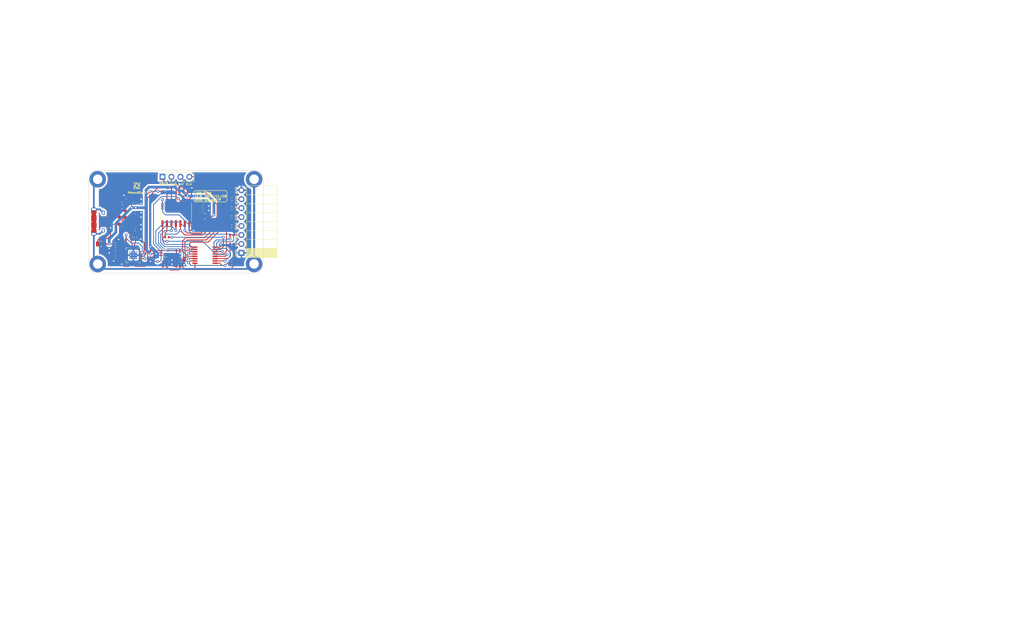
<source format=kicad_pcb>
(kicad_pcb (version 20221018) (generator pcbnew)
  (title_block (title "_HW_EPen") (date "2023-11-28") (rev "v1.0") (company "Mend0z0") (comment 1 "v1.0") (comment 2 "v1.0") (comment 8 "N/A") (comment 9 "First Version"))
  (layers (0 "F.Cu" signal) (31 "B.Cu" signal) (34 "B.Paste" user) (35 "F.Paste" user) (36 "B.SilkS" user "B.Silkscreen") (37 "F.SilkS" user "F.Silkscreen") (38 "B.Mask" user) (39 "F.Mask" user) (44 "Edge.Cuts" user))
  (net 0 "")
  (net 1 "Net-(U301-VDD)")
  (net 2 "GND")
  (net 3 "/BLOCK DIAGRAM/MCU/PIC_~{MCLR}")
  (net 4 "/BLOCK DIAGRAM/LDO +3V0DC/+3VDC")
  (net 5 "/BLOCK DIAGRAM/FT230X_DRIVER/FT230X_3V3OUT")
  (net 6 "/BLOCK DIAGRAM/LDO +3V0DC/+5VDC")
  (net 7 "/BLOCK DIAGRAM/FT230X_DRIVER/FT230X_RESET#")
  (net 8 "/BLOCK DIAGRAM/FT230X_DRIVER/USBDP")
  (net 9 "/BLOCK DIAGRAM/FT230X_DRIVER/USBDM")
  (net 10 "Net-(J601-VBUS)")
  (net 11 "/BLOCK DIAGRAM/USB/D+")
  (net 12 "/BLOCK DIAGRAM/USB/D-")
  (net 13 "/BLOCK DIAGRAM/MCU/PIC_ICSPDAT")
  (net 14 "/BLOCK DIAGRAM/MCU/PIC_ICSPCLK")
  (net 15 "/BLOCK DIAGRAM/OUTPUT/SPI_CS")
  (net 16 "/BLOCK DIAGRAM/OUTPUT/SPI_MISO")
  (net 17 "/BLOCK DIAGRAM/OUTPUT/SPI_MOSI")
  (net 18 "/BLOCK DIAGRAM/OUTPUT/SPI_SCK")
  (net 19 "/BLOCK DIAGRAM/OUTPUT/EEPROM_~{WP}")
  (net 20 "/BLOCK DIAGRAM/OUTPUT/MCU_~{MCLR}")
  (net 22 "Earth")
  (net 23 "Net-(LED301-Pad2)")
  (net 24 "Net-(LED601-Pad2)")
  (net 25 "Net-(LED701-Pad2)")
  (net 26 "/BLOCK DIAGRAM/MCU/IND_LED")
  (net 27 "/BLOCK DIAGRAM/MCU/SPI_MISO")
  (net 28 "Net-(U301-RC1)")
  (net 29 "Net-(U401-Y1)")
  (net 30 "/BLOCK DIAGRAM/OUTPUT/SN74HCS365_A3")
  (net 31 "Net-(U401-Y2)")
  (net 32 "Net-(U401-Y4)")
  (net 33 "Net-(U401-Y5)")
  (net 34 "Net-(U401-Y6)")
  (net 35 "/BLOCK DIAGRAM/FT230X_DRIVER/FT230X_USBDM")
  (net 36 "/BLOCK DIAGRAM/FT230X_DRIVER/FT230X_USBDP")
  (net 37 "Net-(U501-TXD)")
  (net 38 "/BLOCK DIAGRAM/FT230X_DRIVER/UART_TX")
  (net 39 "Net-(U501-RXD)")
  (net 40 "/BLOCK DIAGRAM/FT230X_DRIVER/UART_RX")
  (net 41 "/BLOCK DIAGRAM/LDO +3V0DC/MIC5365_PIN_EN")
  (net 42 "/BLOCK DIAGRAM/MCU/SPI_CS")
  (net 43 "/BLOCK DIAGRAM/MCU/SPI_MOSI")
  (net 44 "/BLOCK DIAGRAM/MCU/SPI_CLK")
  (net 45 "/BLOCK DIAGRAM/MCU/MCU_~{RESET}")
  (footprint "Capacitor_SMD:C_0402_1005Metric" (layer "F.Cu") (at 102.08 135.89)
    (fp_text reference "C507" hide)
    (fp_text value "47pF_50V")
  )
  (footprint "Fuse:Fuse_0603_1608Metric" (layer "F.Cu") (at 98.425 135.255)
    (fp_text reference "F601" hide)
    (fp_text value "100mA_15V_0.5R")
  )
  (footprint "Capacitor_SMD:C_0402_1005Metric" (layer "F.Cu") (at 106.934 146.685 180)
    (fp_text reference "C701" hide)
    (fp_text value "1uF_10V_X7R")
  )
  (footprint "Package_SO:TSSOP-16_4.4x5mm_P0.65mm" (layer "F.Cu") (at 121.92 147.955 180)
    (fp_text reference "U401" hide)
    (fp_text value "SN74HCS365PWR")
  )
  (footprint "_PCBLIB_EPen:LOGO_MEND0Z0" (layer "F.Cu") (at 102.687086 128.687486)
    (fp_text reference "GR801" hide)
    (fp_text value "Mend0z0 Logo")
  )
  (footprint "Package_DFN_QFN:QFN-16-1EP_4x4mm_P0.65mm_EP2.1x2.1mm_ThermalVias" (layer "F.Cu") (at 101.6 147.955 180)
    (fp_text reference "U501" hide)
    (fp_text value "FT230XQ-R")
  )
  (footprint "Capacitor_SMD:C_0402_1005Metric" (layer "F.Cu") (at 121.285 133.985)
    (fp_text reference "C302" hide)
    (fp_text value "1uF_10V_X7R")
  )
  (footprint "Resistor_SMD:R_0402_1005Metric" (layer "F.Cu") (at 100.965 142.875 -90)
    (fp_text reference "R502" hide)
    (fp_text value "27R_1/16W_1%")
  )
  (footprint "Resistor_SMD:R_0402_1005Metric" (layer "F.Cu") (at 110.617 130.175)
    (fp_text reference "R505" hide)
    (fp_text value "27R_1/16W_1%")
  )
  (footprint "MountingHole:MountingHole_2.7mm_M2.5_DIN965_Pad" (layer "F.Cu") (at 91.486054 126.422219)
    (fp_text reference "MH804" hide)
    (fp_text value "M2.5_DIN965")
  )
  (footprint "MountingHole:MountingHole_2.7mm_M2.5_DIN965_Pad" (layer "F.Cu") (at 91.502802 150.460109)
    (fp_text reference "MH801" hide)
    (fp_text value "M2.5_DIN965")
  )
  (footprint "Capacitor_SMD:C_0805_2012Metric" (layer "F.Cu") (at 92.456 144.78 180)
    (fp_text reference "C503" hide)
    (fp_text value "4u7F_16V")
  )
  (footprint "Resistor_SMD:R_0402_1005Metric" (layer "F.Cu") (at 114.173 130.175 180)
    (fp_text reference "R301" hide)
    (fp_text value "10kR_1/16W_1%")
  )
  (footprint "Resistor_SMD:R_0805_2012Metric" (layer "F.Cu") (at 121.92 136.9295 180)
    (fp_text reference "R302" hide)
    (fp_text value "1R_1/4W_1%")
  )
  (footprint "Resistor_SMD:R_0402_1005Metric" (layer "F.Cu") (at 98.425 133.35 180)
    (fp_text reference "R601" hide)
    (fp_text value "470R_1/16W_1%")
  )
  (footprint "Connector_PinHeader_2.54mm:PinHeader_1x04_P2.54mm_Vertical" (layer "F.Cu") (at 109.865 125.73 90)
    (fp_text reference "J301" hide)
    (fp_text value "HDR_4POS_VERT")
  )
  (footprint "MountingHole:MountingHole_2.7mm_M2.5_DIN965_Pad" (layer "F.Cu") (at 135.838362 150.444758)
    (fp_text reference "MH802" hide)
    (fp_text value "M2.5_DIN965")
  )
  (footprint "Capacitor_SMD:C_0402_1005Metric" (layer "F.Cu") (at 101.6 133.35)
    (fp_text reference "C601" hide)
    (fp_text value "100nF_50V")
  )
  (footprint "LED_SMD:LED_0402_1005Metric" (layer "F.Cu") (at 98.425 132.08 180)
    (fp_text reference "LED601" hide)
    (fp_text value "RED_2V")
  )
  (footprint "Capacitor_SMD:C_0402_1005Metric" (layer "F.Cu") (at 96.52 146.05 180)
    (fp_text reference "C505" hide)
    (fp_text value "100nF_50V")
  )
  (footprint "Resistor_SMD:R_0402_1005Metric" (layer "F.Cu") (at 106.934 148.59 180)
    (fp_text reference "R701" hide)
    (fp_text value "10kR_1/16W_1%")
  )
  (footprint "MountingHole:MountingHole_2.7mm_M2.5_DIN965_Pad" (layer "F.Cu") (at 135.848131 126.415241)
    (fp_text reference "MH803" hide)
    (fp_text value "M2.5_DIN965")
  )
  (footprint "Resistor_SMD:R_0402_1005Metric" (layer "F.Cu") (at 129.54 142.24)
    (fp_text reference "R403" hide)
    (fp_text value "27R_1/16W_1%")
  )
  (footprint "Resistor_SMD:R_0402_1005Metric" (layer "F.Cu") (at 129.54 139.7)
    (fp_text reference "R404" hide)
    (fp_text value "27R_1/16W_1%")
  )
  (footprint "Capacitor_SMD:C_0402_1005Metric" (layer "F.Cu") (at 102.08 140.66)
    (fp_text reference "C506" hide)
    (fp_text value "47pF_50V")
  )
  (footprint "Resistor_SMD:R_0402_1005Metric" (layer "F.Cu") (at 102.235 142.875 -90)
    (fp_text reference "R503" hide)
    (fp_text value "27R_1/16W_1%")
  )
  (footprint "Resistor_SMD:R_0402_1005Metric" (layer "F.Cu") (at 129.54 132.08)
    (fp_text reference "R407" hide)
    (fp_text value "27R_1/16W_1%")
  )
  (footprint "Capacitor_SMD:C_0402_1005Metric" (layer "F.Cu") (at 114.173 128.905)
    (fp_text reference "C303" hide)
    (fp_text value "100nF_50V")
  )
  (footprint "Connector_USB:USB_Micro-B_Amphenol_10118194_Horizontal" (layer "F.Cu") (at 91.694 138.43 -90)
    (fp_text reference "J601" hide)
    (fp_text value "USB_microB_RA")
  )
  (footprint "Fiducial:Fiducial_1.5mm_Mask3mm" (layer "F.Cu") (at 129.159 126.492)
    (fp_text reference "FD801" hide)
    (fp_text value "1.5mmX3mm")
  )
  (footprint "Resistor_SMD:R_0402_1005Metric" (layer "F.Cu") (at 110.49 151.13 180)
    (fp_text reference "R702" hide)
    (fp_text value "100R_1/10W_1%")
  )
  (footprint "Package_TO_SOT_SMD:SOT-353_SC-70-5" (layer "F.Cu") (at 110.49 147.32)
    (fp_text reference "U701" hide)
    (fp_text value "MIC5365-3.0YC5-TR")
  )
  (footprint "Package_SO:SO-14_3.9x8.65mm_P1.27mm" (layer "F.Cu") (at 113.665 136.525 -90)
    (fp_text reference "U301" hide)
    (fp_text value "PIC16F15223_8BIT")
  )
  (footprint "Capacitor_SMD:C_0402_1005Metric" (layer "F.Cu") (at 114.3 146.685)
    (fp_text reference "C702" hide)
    (fp_text value "1uF_10V_X7R")
  )
  (footprint "_PCBLIB_EPen:CR_7PCT_L3F_TOS" (layer "F.Cu") (at 101.9175 137.16)
    (fp_text reference "D603" hide)
    (fp_text value "TVS_6.5V_3A")
  )
  (footprint "Capacitor_SMD:C_0402_1005Metric" (layer "F.Cu") (at 114.3 151.13 180)
    (fp_text reference "C402" hide)
    (fp_text value "10nF_50V")
  )
  (footprint "Resistor_SMD:R_0402_1005Metric" (layer "F.Cu") (at 111.125 142.875 180)
    (fp_text reference "R304" hide)
    (fp_text value "27R_1/16W_1%")
  )
  (footprint "Resistor_SMD:R_0402_1005Metric" (layer "F.Cu") (at 116.459 130.175 180)
    (fp_text reference "R303" hide)
    (fp_text value "470R_1/16W_1%")
  )
  (footprint "LED_SMD:LED_0402_1005Metric" (layer "F.Cu") (at 116.459 128.905 180)
    (fp_text reference "LED301" hide)
    (fp_text value "GREEN_2.8V")
  )
  (footprint "Capacitor_SMD:C_0402_1005Metric" (layer "F.Cu") (at 96.52 148.59 180)
    (fp_text reference "C504" hide)
    (fp_text value "10nF_50V")
  )
  (footprint "Resistor_SMD:R_0402_1005Metric" (layer "F.Cu") (at 129.54 134.62)
    (fp_text reference "R406" hide)
    (fp_text value "27R_1/16W_1%")
  )
  (footprint "Capacitor_SMD:C_0402_1005Metric" (layer "F.Cu") (at 121.285 135.255)
    (fp_text reference "C301" hide)
    (fp_text value "100nF_50V")
  )
  (footprint "_PCBLIB_EPen:CR_7PCT_L3F_TOS" (layer "F.Cu") (at 101.9175 139.319069)
    (fp_text reference "D602" hide)
    (fp_text value "TVS_6.5V_3A")
  )
  (footprint "Fiducial:Fiducial_1.5mm_Mask3mm" (layer "F.Cu") (at 98.552 127)
    (fp_text reference "FD802" hide)
    (fp_text value "1.5mmX3mm")
  )
  (footprint "Resistor_SMD:R_0402_1005Metric" (layer "F.Cu") (at 129.54 137.16)
    (fp_text reference "R405" hide)
    (fp_text value "27R_1/16W_1%")
  )
  (footprint "LED_SMD:LED_0402_1005Metric" (layer "F.Cu") (at 110.49 149.86 180)
    (fp_text reference "LED701" hide)
    (fp_text value "ORANGE_2V")
  )
  (footprint "_PCBLIB_EPen:CR_7PCT_L3F_TOS" (layer "F.Cu") (at 101.473 132.08)
    (fp_text reference "D601" hide)
    (fp_text value "TVS_6.5V_3A")
  )
  (footprint "Fuse:Fuse_0603_1608Metric" (layer "F.Cu") (at 98.425 137.16)
    (fp_text reference "F603" hide)
    (fp_text value "100mA_15V_0.5R")
  )
  (footprint "Capacitor_SMD:C_0402_1005Metric" (layer "F.Cu") (at 96.52 147.32 180)
    (fp_text reference "C502" hide)
    (fp_text value "100nF_50V")
  )
  (footprint "Capacitor_SMD:C_0402_1005Metric" (layer "F.Cu") (at 99.06 143.51 180)
    (fp_text reference "C501" hide)
    (fp_text value "100nF_50V")
  )
  (footprint "Resistor_SMD:R_0402_1005Metric" (layer "F.Cu") (at 111.887 128.905)
    (fp_text reference "R504" hide)
    (fp_text value "27R_1/16W_1%")
  )
  (footprint "Resistor_SMD:R_0402_1005Metric" (layer "F.Cu") (at 129.54 150.241 180)
    (fp_text reference "R402" hide)
    (fp_text value "10kR_1/16W_1%")
  )
  (footprint "Connector_PinSocket_2.54mm:PinSocket_1x08_P2.54mm_Horizontal" (layer "F.Cu") (at 132.252 147.305 180)
    (fp_text reference "J401" hide)
    (fp_text value "RECEPT_8POS_RA")
  )
  (footprint "Resistor_SMD:R_0402_1005Metric" (layer "F.Cu") (at 96.52 144.78)
    (fp_text reference "R501" hide)
    (fp_text value "10kR_1/16W_1%")
  )
  (footprint "Resistor_SMD:R_0402_1005Metric" (layer "F.Cu") (at 129.54 144.78)
    (fp_text reference "R401" hide)
    (fp_text value "27R_1/16W_1%")
  )
  (footprint "Fuse:Fuse_0603_1608Metric" (layer "F.Cu") (at 98.425 139.192)
    (fp_text reference "F602" hide)
    (fp_text value "100mA_15V_0.5R")
  )
  (footprint "Capacitor_SMD:C_0805_2012Metric" (layer "F.Cu") (at 115.062 149.098)
    (fp_text reference "C401" hide)
    (fp_text value "4u7F_16V")
  )
  (gr_arc (start 118.7165 130.245) (mid 118.902487 129.795987) (end 119.3515 129.61) (stroke (width 0.15)) (layer "F.SilkS"))
  (gr_line (start 119.3515 129.61) (end 127.5365 129.61) (stroke (width 0.15)) (layer "F.SilkS"))
  (gr_arc (start 127.5365 129.61) (mid 127.985513 129.795987) (end 128.1715 130.245) (stroke (width 0.15)) (layer "F.SilkS"))
  (gr_line (start 127.5365 132.842) (end 119.3515 132.842) (stroke (width 0.15)) (layer "F.SilkS"))
  (gr_arc (start 128.1715 132.207) (mid 127.985513 132.656013) (end 127.5365 132.842) (stroke (width 0.15)) (layer "F.SilkS"))
  (gr_line (start 118.7165 132.207) (end 118.7165 130.245) (stroke (width 0.15)) (layer "F.SilkS"))
  (gr_line (start 128.1715 130.245) (end 128.1715 132.207) (stroke (width 0.15)) (layer "F.SilkS"))
  (gr_arc (start 119.3515 132.842) (mid 118.902487 132.656013) (end 118.7165 132.207) (stroke (width 0.15)) (layer "F.SilkS"))
  (gr_arc (start 138.43 150.495) (mid 137.686051 152.291051) (end 135.89 153.035) (stroke (width 0.1)) (layer "Edge.Cuts"))
  (gr_line (start 138.43 126.365) (end 138.43 150.495) (stroke (width 0.1)) (layer "Edge.Cuts"))
  (gr_arc (start 88.9 126.365) (mid 89.643949 124.568949) (end 91.44 123.825) (stroke (width 0.1)) (layer "Edge.Cuts"))
  (gr_line (start 91.44 123.825) (end 135.89 123.825) (stroke (width 0.1)) (layer "Edge.Cuts"))
  (gr_arc (start 91.44 153.035) (mid 89.643949 152.291051) (end 88.9 150.495) (stroke (width 0.1)) (layer "Edge.Cuts"))
  (gr_arc (start 135.89 123.825) (mid 137.686051 124.568949) (end 138.43 126.365) (stroke (width 0.1)) (layer "Edge.Cuts"))
  (gr_line (start 88.9 150.495) (end 88.9 126.365) (stroke (width 0.1)) (layer "Edge.Cuts"))
  (gr_line (start 135.89 153.035) (end 91.44 153.035) (stroke (width 0.1)) (layer "Edge.Cuts"))
  (gr_text "~{MCLR} GND DAT CLK" (at 108.839 128.143) (layer "F.SilkS") (effects (font (size 0.508 0.635) (thickness 0.127)) (justify left bottom)))
  (gr_text "GND ~{MCLR} ~{WP}  SCK MOSI MISO CS  GND" (at 130.429 128.524 270) (layer "F.SilkS") (effects (font (size 0.508 0.635) (thickness 0.127)) (justify left bottom)))
  (gr_text "_HW_EPen\nv1.0, 2023/11/28\nDSN: SiavashTP" (at 118.9355 132.656) (layer "F.SilkS") (effects (font (size 0.635 0.635)) (justify left bottom)))
  (segment (start 120.805 133.985) (end 120.805 135.255) (width 0.25) (layer "F.Cu") (net 1))
  (segment (start 117.475 134.05) (end 120.74 134.05) (width 0.25) (layer "F.Cu") (net 1))
  (segment (start 120.74 134.05) (end 120.805 133.985) (width 0.25) (layer "F.Cu") (net 1))
  (segment (start 120.805 135.255) (end 120.805 136.727) (width 0.25) (layer "F.Cu") (net 1))
  (segment (start 120.805 136.727) (end 121.0075 136.9295) (width 0.25) (layer "F.Cu") (net 1))
  (segment (start 104.338 147.63) (end 104.648 147.32) (width 0.25) (layer "F.Cu") (net 2))
  (segment (start 116.012 150.674402) (end 116.012 149.098) (width 0.25) (layer "F.Cu") (net 2))
  (segment (start 94.234 143.256) (end 95.123 142.367) (width 0.25) (layer "F.Cu") (net 2))
  (segment (start 91.506 144.78) (end 91.506 143.698) (width 0.25) (layer "F.Cu") (net 2))
  (segment (start 100.2665 151.13) (end 100.625 150.7715) (width 0.25) (layer "F.Cu") (net 2))
  (segment (start 121.765 135.255) (end 122.936 135.255) (width 0.25) (layer "F.Cu") (net 2))
  (segment (start 98.58 143.51) (end 97.409 143.51) (width 0.25) (layer "F.Cu") (net 2))
  (segment (start 112.522 150.495) (end 113.157 151.13) (width 0.25) (layer "F.Cu") (net 2))
  (segment (start 102.56 140.66) (end 103.688 140.66) (width 0.25) (layer "F.Cu") (net 2))
  (segment (start 108.322402 147.32) (end 109.54 147.32) (width 0.25) (layer "F.Cu") (net 2))
  (segment (start 91.948 143.256) (end 94.234 143.256) (width 0.25) (layer "F.Cu") (net 2))
  (segment (start 96.04 147.32) (end 94.742 147.32) (width 0.25) (layer "F.Cu") (net 2))
  (segment (start 104.648 144.399) (end 103.632 143.383) (width 0.25) (layer "F.Cu") (net 2))
  (segment (start 103.758931 139.319069) (end 103.759 139.319) (width 0.25) (layer "F.Cu") (net 2))
  (segment (start 106.454 145.542) (end 106.454 146.685) (width 0.25) (layer "F.Cu") (net 2))
  (segment (start 96.04 149.578) (end 96.012 149.606) (width 0.25) (layer "F.Cu") (net 2))
  (segment (start 102.56 135.89) (end 103.759 135.89) (width 0.25) (layer "F.Cu") (net 2))
  (segment (start 102.08 133.35) (end 103.759 133.35) (width 0.25) (layer "F.Cu") (net 2))
  (segment (start 94.645 139.73) (end 95.123 140.208) (width 0.25) (layer "F.Cu") (net 2))
  (segment (start 126.365 145.415) (end 126.1 145.68) (width 0.25) (layer "F.Cu") (net 2))
  (segment (start 117.475 139) (end 117.475 140.716) (width 0.25) (layer "F.Cu") (net 2))
  (segment (start 106.424 149.731) (end 106.426 149.733) (width 0.25) (layer "F.Cu") (net 2))
  (segment (start 98.91 132.08) (end 98.91 130.96) (width 0.25) (layer "F.Cu") (net 2))
  (segment (start 114.78 147.543246) (end 114.810156 147.573402) (width 0.25) (layer "F.Cu") (net 2))
  (segment (start 102.235 139.319069) (end 103.758931 139.319069) (width 0.25) (layer "F.Cu") (net 2))
  (segment (start 108.072701 147.569701) (end 108.322402 147.32) (width 0.25) (layer "F.Cu") (net 2))
  (segment (start 95.123 142.367) (end 95.123 140.208) (width 0.25) (layer "F.Cu") (net 2))
  (segment (start 112.014 149.86) (end 110.975 149.86) (width 0.25) (layer "F.Cu") (net 2))
  (segment (start 103.55 147.63) (end 104.338 147.63) (width 0.25) (layer "F.Cu") (net 2))
  (segment (start 101.7905 132.08) (end 103.759 132.08) (width 0.25) (layer "F.Cu") (net 2))
  (segment (start 102.235 137.16) (end 103.759 137.16) (width 0.25) (layer "F.Cu") (net 2))
  (segment (start 112.522 149.352) (end 112.014 149.86) (width 0.25) (layer "F.Cu") (net 2))
  (segment (start 104.648 147.32) (end 104.648 144.399) (width 0.25) (layer "F.Cu") (net 2))
  (segment (start 114.78 146.685) (end 114.78 147.543246) (width 0.25) (layer "F.Cu") (net 2))
  (segment (start 113.157 151.13) (end 113.82 151.13) (width 0.25) (layer "F.Cu") (net 2))
  (segment (start 117.475 140.716) (end 117.729 140.97) (width 0.25) (layer "F.Cu") (net 2))
  (segment (start 121.765 133.985) (end 122.936 133.985) (width 0.25) (layer "F.Cu") (net 2))
  (segment (start 117.729 140.97) (end 118.745 140.97) (width 0.25) (layer "F.Cu") (net 2))
  (segment (start 106.424 148.59) (end 106.424 149.731) (width 0.25) (layer "F.Cu") (net 2))
  (segment (start 98.298 150.495) (end 98.933 151.13) (width 0.25) (layer "F.Cu") (net 2))
  (segment (start 93.094 139.73) (end 94.645 139.73) (width 0.25) (layer "F.Cu") (net 2))
  (segment (start 126.1 145.68) (end 124.7825 145.68) (width 0.25) (layer "F.Cu") (net 2))
  (segment (start 126.365 144.907) (end 126.365 145.415) (width 0.25) (layer "F.Cu") (net 2))
  (segment (start 103.688 140.66) (end 103.759 140.589) (width 0.25) (layer "F.Cu") (net 2))
  (segment (start 98.933 151.13) (end 100.2665 151.13) (width 0.25) (layer "F.Cu") (net 2))
  (segment (start 114.681 127.889) (end 114.653 127.917) (width 0.25) (layer "F.Cu") (net 2))
  (segment (start 98.91 130.96) (end 98.933 130.937) (width 0.25) (layer "F.Cu") (net 2))
  (segment (start 91.506 143.698) (end 91.948 143.256) (width 0.25) (layer "F.Cu") (net 2))
  (segment (start 100.625 150.7715) (end 100.625 149.905) (width 0.25) (layer "F.Cu") (net 2))
  (segment (start 96.04 148.59) (end 96.04 149.578) (width 0.25) (layer "F.Cu") (net 2))
  (segment (start 96.04 146.05) (end 94.742 146.05) (width 0.25) (layer "F.Cu") (net 2))
  (segment (start 116.944 128.905) (end 118.237 128.905) (width 0.25) (layer "F.Cu") (net 2))
  (segment (start 114.653 127.917) (end 114.653 128.905) (width 0.25) (layer "F.Cu") (net 2))
  (via (at 116.012 150.674402) (size 0.8) (drill 0.4) (layers "F.Cu" "B.Cu") (net 2))
  (via (at 97.409 143.51) (size 0.8) (drill 0.4) (layers "F.Cu" "B.Cu") (net 2))
  (via (at 112.522 149.352) (size 0.8) (drill 0.4) (layers "F.Cu" "B.Cu") (net 2))
  (via (at 112.522 150.495) (size 0.8) (drill 0.4) (layers "F.Cu" "B.Cu") (net 2))
  (via (at 108.072701 147.569701) (size 0.8) (drill 0.4) (layers "F.Cu" "B.Cu") (net 2))
  (via (at 126.365 144.907) (size 0.8) (drill 0.4) (layers "F.Cu" "B.Cu") (net 2))
  (via (at 106.454 145.542) (size 0.8) (drill 0.4) (layers "F.Cu" "B.Cu") (net 2))
  (via (at 114.810156 147.573402) (size 0.8) (drill 0.4) (layers "F.Cu" "B.Cu") (net 2))
  (via (at 106.426 149.733) (size 0.8) (drill 0.4) (layers "F.Cu" "B.Cu") (net 2))
  (via (at 122.936 133.985) (size 0.8) (drill 0.4) (layers "F.Cu" "B.Cu") (net 2))
  (via (at 96.012 149.606) (size 0.8) (drill 0.4) (layers "F.Cu" "B.Cu") (net 2))
  (via (at 118.237 128.905) (size 0.8) (drill 0.4) (layers "F.Cu" "B.Cu") (net 2))
  (via (at 98.933 130.937) (size 0.8) (drill 0.4) (layers "F.Cu" "B.Cu") (net 2))
  (via (at 103.632 143.383) (size 0.8) (drill 0.4) (layers "F.Cu" "B.Cu") (net 2))
  (via (at 95.123 140.208) (size 0.8) (drill 0.4) (layers "F.Cu" "B.Cu") (net 2))
  (via (at 103.759 140.589) (size 0.8) (drill 0.4) (layers "F.Cu" "B.Cu") (net 2))
  (via (at 118.745 140.97) (size 0.8) (drill 0.4) (layers "F.Cu" "B.Cu") (net 2))
  (via (at 122.936 135.255) (size 0.8) (drill 0.4) (layers "F.Cu" "B.Cu") (net 2))
  (via (at 103.759 133.35) (size 0.8) (drill 0.4) (layers "F.Cu" "B.Cu") (net 2))
  (via (at 103.759 135.89) (size 0.8) (drill 0.4) (layers "F.Cu" "B.Cu") (net 2))
  (via (at 103.759 139.319) (size 0.8) (drill 0.4) (layers "F.Cu" "B.Cu") (net 2))
  (via (at 94.742 146.05) (size 0.8) (drill 0.4) (layers "F.Cu" "B.Cu") (net 2))
  (via (at 103.759 132.08) (size 0.8) (drill 0.4) (layers "F.Cu" "B.Cu") (net 2))
  (via (at 114.681 127.889) (size 0.8) (drill 0.4) (layers "F.Cu" "B.Cu") (net 2))
  (via (at 94.742 147.32) (size 0.8) (drill 0.4) (layers "F.Cu" "B.Cu") (net 2))
  (via (at 103.759 137.16) (size 0.8) (drill 0.4) (layers "F.Cu" "B.Cu") (net 2))
  (via (at 98.298 150.495) (size 0.8) (drill 0.4) (layers "F.Cu" "B.Cu") (net 2))
  (segment (start 113.693 128.905) (end 113.693 134.022) (width 0.25) (layer "F.Cu") (net 3))
  (segment (start 109.865 125.73) (end 109.865 126.502) (width 0.25) (layer "F.Cu") (net 3))
  (segment (start 113.693 128.171) (end 113.693 128.905) (width 0.25) (layer "F.Cu") (net 3))
  (segment (start 109.865 126.502) (end 110.744 127.381) (width 0.25) (layer "F.Cu") (net 3))
  (segment (start 112.903 127.381) (end 113.693 128.171) (width 0.25) (layer "F.Cu") (net 3))
  (segment (start 113.693 134.022) (end 113.665 134.05) (width 0.25) (layer "F.Cu") (net 3))
  (segment (start 110.744 127.381) (end 112.903 127.381) (width 0.25) (layer "F.Cu") (net 3))
  (segment (start 114.112 149.098) (end 114.78 149.766) (width 0.25) (layer "F.Cu") (net 4))
  (segment (start 130.05 150.241) (end 130.05 151.001) (width 0.25) (layer "F.Cu") (net 4))
  (segment (start 115.443 151.13) (end 114.78 151.13) (width 0.25) (layer "F.Cu") (net 4))
  (segment (start 117.983 152.019) (end 116.332 152.019) (width 0.25) (layer "F.Cu") (net 4))
  (segment (start 116.332 152.019) (end 115.443 151.13) (width 0.25) (layer "F.Cu") (net 4))
  (segment (start 130.05 151.001) (end 129.032 152.019) (width 0.25) (layer "F.Cu") (net 4))
  (segment (start 114.78 149.766) (end 114.78 151.793) (width 0.25) (layer "F.Cu") (net 4))
  (segment (start 119.0575 152.019) (end 117.983 152.019) (width 0.25) (layer "F.Cu") (net 4))
  (segment (start 114.427 152.146) (end 112.016 152.146) (width 0.25) (layer "F.Cu") (net 4))
  (segment (start 112.016 152.146) (end 111 151.13) (width 0.25) (layer "F.Cu") (net 4))
  (segment (start 113.82 147.475) (end 114.112 147.767) (width 0.25) (layer "F.Cu") (net 4))
  (segment (start 114.78 151.793) (end 114.427 152.146) (width 0.25) (layer "F.Cu") (net 4))
  (segment (start 113.82 146.67) (end 113.82 147.475) (width 0.25) (layer "F.Cu") (net 4))
  (segment (start 114.112 147.767) (end 114.112 149.098) (width 0.25) (layer "F.Cu") (net 4))
  (segment (start 119.0575 150.23) (end 119.0575 152.019) (width 0.25) (layer "F.Cu") (net 4))
  (segment (start 111.44 146.67) (end 113.82 146.67) (width 0.25) (layer "F.Cu") (net 4))
  (segment (start 129.032 152.019) (end 117.983 152.019) (width 0.25) (layer "F.Cu") (net 4))
  (segment (start 104.8095 148.93) (end 103.55 148.93) (width 0.25) (layer "F.Cu") (net 5))
  (segment (start 99.54 143.51) (end 99.54 144.244) (width 0.25) (layer "F.Cu") (net 5))
  (segment (start 100.625 145.329) (end 100.625 146.005) (width 0.25) (layer "F.Cu") (net 5))
  (segment (start 104.8505 148.971) (end 104.8095 148.93) (width 0.25) (layer "F.Cu") (net 5))
  (segment (start 99.54 144.244) (end 100.625 145.329) (width 0.25) (layer "F.Cu") (net 5))
  (segment (start 99.54 143.51) (end 99.54 142.268) (width 0.25) (layer "F.Cu") (net 5))
  (segment (start 99.54 142.268) (end 99.568 142.24) (width 0.25) (layer "F.Cu") (net 5))
  (via (at 104.8505 148.971) (size 0.8) (drill 0.4) (layers "F.Cu" "B.Cu") (net 5))
  (via (at 99.568 142.24) (size 0.8) (drill 0.4) (layers "F.Cu" "B.Cu") (net 5))
  (segment (start 100.965 144.526) (end 99.568 143.129) (width 0.25) (layer "B.Cu") (net 5))
  (segment (start 104.8505 147.5225) (end 104.14 146.812) (width 0.25) (layer "B.Cu") (net 5))
  (segment (start 104.8505 148.971) (end 104.8505 147.5225) (width 0.25) (layer "B.Cu") (net 5))
  (segment (start 104.14 146.812) (end 104.14 145.542) (width 0.25) (layer "B.Cu") (net 5))
  (segment (start 99.568 143.129) (end 99.568 142.24) (width 0.25) (layer "B.Cu") (net 5))
  (segment (start 103.124 144.526) (end 100.965 144.526) (width 0.25) (layer "B.Cu") (net 5))
  (segment (start 104.14 145.542) (end 103.124 144.526) (width 0.25) (layer "B.Cu") (net 5))
  (segment (start 98.354 147.63) (end 98.044 147.32) (width 0.25) (layer "F.Cu") (net 6))
  (segment (start 97 150.269) (end 97 147.32) (width 0.25) (layer "F.Cu") (net 6))
  (segment (start 94.869 148.844) (end 94.869 149.987) (width 0.25) (layer "F.Cu") (net 6))
  (segment (start 98.935 134.11) (end 98.935 133.35) (width 0.25) (layer "F.Cu") (net 6))
  (segment (start 107.414 146.685) (end 109.525 146.685) (width 0.25) (layer "F.Cu") (net 6))
  (segment (start 99.65 147.63) (end 98.354 147.63) (width 0.25) (layer "F.Cu") (net 6))
  (segment (start 107.0405 147.5945) (end 107.414 147.221) (width 0.25) (layer "F.Cu") (net 6))
  (segment (start 101.12 133.35) (end 101.12 134.465) (width 0.25) (layer "F.Cu") (net 6))
  (segment (start 109.525 146.685) (end 109.54 146.67) (width 0.25) (layer "F.Cu") (net 6))
  (segment (start 98.933 134.112) (end 98.935 134.11) (width 0.25) (layer "F.Cu") (net 6))
  (segment (start 116.967 131.191) (end 115.062 131.191) (width 0.25) (layer "F.Cu") (net 6))
  (segment (start 93.406 144.78) (end 93.406 147.381) (width 0.25) (layer "F.Cu") (net 6))
  (segment (start 124.0555 136.9295) (end 124.46 136.525) (width 0.25) (layer "F.Cu") (net 6))
  (segment (start 96.52 150.749) (end 97 150.269) (width 0.25) (layer "F.Cu") (net 6))
  (segment (start 107.414 147.221) (end 107.414 146.685) (width 0.25) (layer "F.Cu") (net 6))
  (segment (start 96.01 144.78) (end 94.742 144.78) (width 0.25) (layer "F.Cu") (net 6))
  (segment (start 114.683 130.812) (end 114.683 130.175) (width 0.25) (layer "F.Cu") (net 6))
  (segment (start 98.044 147.32) (end 97 147.32) (width 0.25) (layer "F.Cu") (net 6))
  (segment (start 115.062 131.191) (end 114.683 130.812) (width 0.25) (layer "F.Cu") (net 6))
  (segment (start 94.742 144.78) (end 93.406 144.78) (width 0.25) (layer "F.Cu") (net 6))
  (segment (start 101.1555 133.3145) (end 101.12 133.35) (width 0.25) (layer "F.Cu") (net 6))
  (segment (start 122.8325 136.9295) (end 124.0555 136.9295) (width 0.25) (layer "F.Cu") (net 6))
  (segment (start 99.2125 135.255) (end 99.2125 134.3915) (width 0.25) (layer "F.Cu") (net 6))
  (segment (start 98.935 133.35) (end 101.12 133.35) (width 0.25) (layer "F.Cu") (net 6))
  (segment (start 93.406 147.381) (end 94.869 148.844) (width 0.25) (layer "F.Cu") (net 6))
  (segment (start 94.869 149.987) (end 95.631 150.749) (width 0.25) (layer "F.Cu") (net 6))
  (segment (start 101.12 134.465) (end 101.092 134.493) (width 0.25) (layer "F.Cu") (net 6))
  (segment (start 99.2125 134.3915) (end 98.933 134.112) (width 0.25) (layer "F.Cu") (net 6))
  (segment (start 106.426 147.5945) (end 107.0405 147.5945) (width 0.25) (layer "F.Cu") (net 6))
  (segment (start 95.631 150.749) (end 96.52 150.749) (width 0.25) (layer "F.Cu") (net 6))
  (segment (start 101.1555 132.08) (end 101.1555 133.3145) (width 0.25) (layer "F.Cu") (net 6))
  (via (at 116.967 131.191) (size 0.8) (drill 0.4) (layers "F.Cu" "B.Cu") (net 6))
  (via (at 124.46 136.525) (size 0.8) (drill 0.4) (layers "F.Cu" "B.Cu") (net 6))
  (via (at 94.742 144.78) (size 0.8) (drill 0.4) (layers "F.Cu" "B.Cu") (net 6))
  (via (at 101.092 134.493) (size 0.8) (drill 0.4) (layers "F.Cu" "B.Cu") (net 6))
  (via (at 102.235 134.493) (size 0.8) (drill 0.4) (layers "F.Cu" "B.Cu") (net 6))
  (via (at 106.426 147.5945) (size 0.8) (drill 0.4) (layers "F.Cu" "B.Cu") (net 6))
  (segment (start 122.936 131.191) (end 124.46 132.715) (width 0.762) (layer "B.Cu") (net 6))
  (segment (start 116.967 131.191) (end 115.443 129.667) (width 0.762) (layer "B.Cu") (net 6))
  (segment (start 94.742 143.383) (end 94.742 144.78) (width 0.762) (layer "B.Cu") (net 6))
  (segment (start 106.426 147.574) (end 106.426 147.5945) (width 0.762) (layer "B.Cu") (net 6))
  (segment (start 101.092 134.493) (end 96.647 138.938) (width 0.762) (layer "B.Cu") (net 6))
  (segment (start 96.647 141.478) (end 94.742 143.383) (width 0.762) (layer "B.Cu") (net 6))
  (segment (start 105.156 129.54) (end 105.156 146.304) (width 0.762) (layer "B.Cu") (net 6))
  (segment (start 116.967 131.191) (end 122.936 131.191) (width 0.762) (layer "B.Cu") (net 6))
  (segment (start 115.443 129.667) (end 114.427 129.667) (width 0.762) (layer "B.Cu") (net 6))
  (segment (start 101.092 134.493) (end 102.235 134.493) (width 0.25) (layer "B.Cu") (net 6))
  (segment (start 114.427 129.667) (end 113.411 128.651) (width 0.762) (layer "B.Cu") (net 6))
  (segment (start 105.156 146.304) (end 106.426 147.574) (width 0.762) (layer "B.Cu") (net 6))
  (segment (start 113.411 128.651) (end 106.045 128.651) (width 0.762) (layer "B.Cu") (net 6))
  (segment (start 101.092 134.493) (end 105.029 134.493) (width 0.762) (layer "B.Cu") (net 6))
  (segment (start 124.46 132.715) (end 124.46 136.525) (width 0.762) (layer "B.Cu") (net 6))
  (segment (start 106.045 128.651) (end 105.156 129.54) (width 0.762) (layer "B.Cu") (net 6))
  (segment (start 96.647 138.938) (end 96.647 141.478) (width 0.762) (layer "B.Cu") (net 6))
  (segment (start 97.663 146.05) (end 98.593 146.98) (width 0.25) (layer "F.Cu") (net 7))
  (segment (start 98.593 146.98) (end 99.65 146.98) (width 0.25) (layer "F.Cu") (net 7))
  (segment (start 97.03 146.02) (end 97 146.05) (width 0.25) (layer "F.Cu") (net 7))
  (segment (start 97.03 144.78) (end 97.03 146.02) (width 0.25) (layer "F.Cu") (net 7))
  (segment (start 97 146.05) (end 97.663 146.05) (width 0.25) (layer "F.Cu") (net 7))
  (segment (start 101.6 141.73) (end 101.6 140.66) (width 0.25) (layer "F.Cu") (net 8))
  (segment (start 99.339569 139.319069) (end 99.2125 139.192) (width 0.25) (layer "F.Cu") (net 8))
  (segment (start 102.235 142.365) (end 101.6 141.73) (width 0.25) (layer "F.Cu") (net 8))
  (segment (start 101.6 140.66) (end 101.6 139.319069) (width 0.25) (layer "F.Cu") (net 8))
  (segment (start 101.6 139.319069) (end 99.339569 139.319069) (width 0.25) (layer "F.Cu") (net 8))
  (segment (start 101.6 137.16) (end 99.2125 137.16) (width 0.25) (layer "F.Cu") (net 9))
  (segment (start 101.6 135.89) (end 101.6 137.16) (width 0.25) (layer "F.Cu") (net 9))
  (segment (start 100.965 142.365) (end 98.425 139.825) (width 0.25) (layer "F.Cu") (net 9))
  (segment (start 98.425 139.825) (end 98.425 137.9475) (width 0.25) (layer "F.Cu") (net 9))
  (segment (start 98.425 137.9475) (end 99.2125 137.16) (width 0.25) (layer "F.Cu") (net 9))
  (segment (start 96.139 135.255) (end 97.6375 135.255) (width 0.25) (layer "F.Cu") (net 10))
  (segment (start 93.094 137.13) (end 94.264 137.13) (width 0.25) (layer "F.Cu") (net 10))
  (segment (start 94.264 137.13) (end 96.139 135.255) (width 0.25) (layer "F.Cu") (net 10))
  (segment (start 95.504 139.192) (end 94.742 138.43) (width 0.2) (layer "F.Cu") (net 11))
  (segment (start 94.742 138.43) (end 93.094 138.43) (width 0.2) (layer "F.Cu") (net 11))
  (segment (start 97.6375 139.192) (end 95.504 139.192) (width 0.2) (layer "F.Cu") (net 11))
  (segment (start 94.757 137.78) (end 93.094 137.78) (width 0.2) (layer "F.Cu") (net 12))
  (segment (start 95.377 137.16) (end 94.757 137.78) (width 0.2) (layer "F.Cu") (net 12))
  (segment (start 97.6375 137.16) (end 95.377 137.16) (width 0.2) (layer "F.Cu") (net 12))
  (segment (start 116.93 141.695) (end 116.205 140.97) (width 0.25) (layer "F.Cu") (net 13))
  (segment (start 114.945 125.73) (end 116.85 127.635) (width 0.25) (layer "F.Cu") (net 13))
  (segment (start 125.349 133.604) (end 125.349 137.16) (width 0.25) (layer "F.Cu") (net 13))
  (segment (start 117.755 149.58) (end 119.0575 149.58) (width 0.25) (layer "F.Cu") (net 13))
  (segment (start 117.221 150.114) (end 117.755 149.58) (width 0.25) (layer "F.Cu") (net 13))
  (segment (start 126.746 150.876) (end 126.1 150.23) (width 0.25) (layer "F.Cu") (net 13))
  (segment (start 119.38 127.635) (end 125.349 133.604) (width 0.25) (layer "F.Cu") (net 13))
  (segment (start 127.635 150.876) (end 126.746 150.876) (width 0.25) (layer "F.Cu") (net 13))
  (segment (start 120.814 141.695) (end 116.93 141.695) (width 0.25) (layer "F.Cu") (net 13))
  (segment (start 125.349 137.16) (end 120.814 141.695) (width 0.25) (layer "F.Cu") (net 13))
  (segment (start 127.635 150.876) (end 128.27 150.241) (width 0.25) (layer "F.Cu") (net 13))
  (segment (start 128.27 150.241) (end 129.03 150.241) (width 0.25) (layer "F.Cu") (net 13))
  (segment (start 116.85 127.635) (end 119.38 127.635) (width 0.25) (layer "F.Cu") (net 13))
  (segment (start 116.205 139) (end 116.205 140.97) (width 0.25) (layer "F.Cu") (net 13))
  (segment (start 126.1 150.23) (end 124.7825 150.23) (width 0.25) (layer "F.Cu") (net 13))
  (via (at 116.205 140.97) (size 0.8) (drill 0.4) (layers "F.Cu" "B.Cu") (net 13))
  (via (at 117.221 150.114) (size 0.8) (drill 0.4) (layers "F.Cu" "B.Cu") (net 13))
  (via (at 127.635 150.876) (size 0.8) (drill 0.4) (layers "F.Cu" "B.Cu") (net 13))
  (segment (start 107.95 144.526) (end 107.95 141.097) (width 0.25) (layer "B.Cu") (net 13))
  (segment (start 114.681 138.557) (end 116.205 140.081) (width 0.25) (layer "B.Cu") (net 13))
  (segment (start 110.49 138.557) (end 114.681 138.557) (width 0.25) (layer "B.Cu") (net 13))
  (segment (start 110.109 146.685) (end 107.95 144.526) (width 0.25) (layer "B.Cu") (net 13))
  (segment (start 107.95 141.097) (end 110.49 138.557) (width 0.25) (layer "B.Cu") (net 13))
  (segment (start 115.189 146.685) (end 110.109 146.685) (width 0.25) (layer "B.Cu") (net 13))
  (segment (start 115.824 147.32) (end 115.189 146.685) (width 0.25) (layer "B.Cu") (net 13))
  (segment (start 116.205 140.081) (end 116.205 140.97) (width 0.25) (layer "B.Cu") (net 13))
  (segment (start 117.983 150.876) (end 117.221 150.114) (width 0.25) (layer "B.Cu") (net 13))
  (segment (start 117.221 150.114) (end 115.824 148.717) (width 0.25) (layer "B.Cu") (net 13))
  (segment (start 127.635 150.876) (end 117.983 150.876) (width 0.25) (layer "B.Cu") (net 13))
  (segment (start 115.824 148.717) (end 115.824 147.32) (width 0.25) (layer "B.Cu") (net 13))
  (segment (start 114.935 139) (end 114.935 140.97) (width 0.25) (layer "F.Cu") (net 14))
  (segment (start 117.485 125.73) (end 120.142 125.73) (width 0.25) (layer "F.Cu") (net 14))
  (segment (start 121.285 142.24) (end 116.205 142.24) (width 0.25) (layer "F.Cu") (net 14))
  (segment (start 119.0575 147.63) (end 117.412598 147.63) (width 0.25) (layer "F.Cu") (net 14))
  (segment (start 116.205 142.24) (end 114.935 140.97) (width 0.25) (layer "F.Cu") (net 14))
  (segment (start 120.142 125.73) (end 126.111 131.699) (width 0.25) (layer "F.Cu") (net 14))
  (segment (start 126.111 137.414) (end 121.285 142.24) (width 0.25) (layer "F.Cu") (net 14))
  (segment (start 117.412598 147.63) (end 117.225299 147.442701) (width 0.25) (layer "F.Cu") (net 14))
  (segment (start 126.111 131.699) (end 126.111 137.414) (width 0.25) (layer "F.Cu") (net 14))
  (via (at 117.225299 147.442701) (size 0.8) (drill 0.4) (layers "F.Cu" "B.Cu") (net 14))
  (via (at 114.935 140.97) (size 0.8) (drill 0.4) (layers "F.Cu" "B.Cu") (net 14))
  (segment (start 117.475 144.907) (end 110.617 144.907) (width 0.25) (layer "B.Cu") (net 14))
  (segment (start 118.237 145.669) (end 117.475 144.907) (width 0.25) (layer "B.Cu") (net 14))
  (segment (start 117.225299 147.442701) (end 118.237 146.431) (width 0.25) (layer "B.Cu") (net 14))
  (segment (start 118.237 146.431) (end 118.237 145.669) (width 0.25) (layer "B.Cu") (net 14))
  (segment (start 109.982 143.002) (end 110.998 141.986) (width 0.25) (layer "B.Cu") (net 14))
  (segment (start 113.919 141.986) (end 114.935 140.97) (width 0.25) (layer "B.Cu") (net 14))
  (segment (start 110.998 141.986) (end 113.919 141.986) (width 0.25) (layer "B.Cu") (net 14))
  (segment (start 110.617 144.907) (end 109.982 144.272) (width 0.25) (layer "B.Cu") (net 14))
  (segment (start 109.982 144.272) (end 109.982 143.002) (width 0.25) (layer "B.Cu") (net 14))
  (segment (start 130.065 144.765) (end 130.05 144.78) (width 0.25) (layer "F.Cu") (net 15))
  (segment (start 132.252 144.765) (end 130.065 144.765) (width 0.25) (layer "F.Cu") (net 15))
  (segment (start 130.065 142.225) (end 130.05 142.24) (width 0.25) (layer "F.Cu") (net 16))
  (segment (start 132.252 142.225) (end 130.065 142.225) (width 0.25) (layer "F.Cu") (net 16))
  (segment (start 130.065 139.685) (end 130.05 139.7) (width 0.25) (layer "F.Cu") (net 17))
  (segment (start 132.252 139.685) (end 130.065 139.685) (width 0.25) (layer "F.Cu") (net 17))
  (segment (start 130.065 137.145) (end 130.05 137.16) (width 0.25) (layer "F.Cu") (net 18))
  (segment (start 132.252 137.145) (end 130.065 137.145) (width 0.25) (layer "F.Cu") (net 18))
  (segment (start 132.252 134.605) (end 130.065 134.605) (width 0.25) (layer "F.Cu") (net 19))
  (segment (start 130.065 134.605) (end 130.05 134.62) (width 0.25) (layer "F.Cu") (net 19))
  (segment (start 132.252 132.065) (end 130.065 132.065) (width 0.25) (layer "F.Cu") (net 20))
  (segment (start 130.065 132.065) (end 130.05 132.08) (width 0.25) (layer "F.Cu") (net 20))
  (segment (start 90.394 141.93) (end 90.394 134.93) (width 1.27) (layer "F.Cu") (net 22))
  (segment (start 90.394 134.93) (end 90.394 127.514273) (width 0.508) (layer "B.Cu") (net 22))
  (segment (start 92.094 134.93) (end 90.394 134.93) (width 0.508) (layer "B.Cu") (net 22))
  (segment (start 90.394 141.93) (end 90.394 149.351307) (width 0.508) (layer "B.Cu") (net 22))
  (segment (start 135.848131 126.415241) (end 135.848131 150.434989) (width 0.635) (layer "B.Cu") (net 22))
  (segment (start 135.848131 150.434989) (end 135.838362 150.444758) (width 0.25) (layer "B.Cu") (net 22))
  (segment (start 93.094 140.93) (end 92.094 141.93) (width 0.508) (layer "B.Cu") (net 22))
  (segment (start 90.394 127.514273) (end 91.486054 126.422219) (width 0.25) (layer "B.Cu") (net 22))
  (segment (start 92.897693 151.855) (end 91.502802 150.460109) (width 0.25) (layer "B.Cu") (net 22))
  (segment (start 92.094 141.93) (end 90.394 141.93) (width 0.508) (layer "B.Cu") (net 22))
  (segment (start 135.838362 150.444758) (end 134.42812 151.855) (width 0.25) (layer "B.Cu") (net 22))
  (segment (start 90.394 149.351307) (end 91.502802 150.460109) (width 0.25) (layer "B.Cu") (net 22))
  (segment (start 134.42812 151.855) (end 92.897693 151.855) (width 0.508) (layer "B.Cu") (net 22))
  (segment (start 93.094 135.93) (end 92.094 134.93) (width 0.508) (layer "B.Cu") (net 22))
  (segment (start 115.949 130.175) (end 115.949 128.93) (width 0.25) (layer "F.Cu") (net 23))
  (segment (start 115.949 128.93) (end 115.974 128.905) (width 0.25) (layer "F.Cu") (net 23))
  (segment (start 97.94 133.325) (end 97.915 133.35) (width 0.25) (layer "F.Cu") (net 24))
  (segment (start 97.94 132.08) (end 97.94 133.325) (width 0.25) (layer "F.Cu") (net 24))
  (segment (start 110.005 151.105) (end 109.98 151.13) (width 0.25) (layer "F.Cu") (net 25))
  (segment (start 110.005 149.86) (end 110.005 151.105) (width 0.25) (layer "F.Cu") (net 25))
  (segment (start 117.856 130.175) (end 116.969 130.175) (width 0.25) (layer "F.Cu") (net 26))
  (segment (start 116.586 132.08) (end 117.475 132.08) (width 0.25) (layer "F.Cu") (net 26))
  (segment (start 118.11 131.445) (end 118.11 130.429) (width 0.25) (layer "F.Cu") (net 26))
  (segment (start 116.205 134.05) (end 116.205 132.461) (width 0.25) (layer "F.Cu") (net 26))
  (segment (start 118.11 130.429) (end 117.856 130.175) (width 0.25) (layer "F.Cu") (net 26))
  (segment (start 117.475 132.08) (end 118.11 131.445) (width 0.25) (layer "F.Cu") (net 26))
  (segment (start 116.205 132.461) (end 116.586 132.08) (width 0.25) (layer "F.Cu") (net 26))
  (segment (start 126.339 146.33) (end 124.7825 146.33) (width 0.25) (layer "F.Cu") (net 27))
  (segment (start 111.635 142.875) (end 112.522 142.875) (width 0.25) (layer "F.Cu") (net 27))
  (segment (start 127.127 142.875) (end 127.127 145.542) (width 0.25) (layer "F.Cu") (net 27))
  (segment (start 127.127 145.542) (end 126.339 146.33) (width 0.25) (layer "F.Cu") (net 27))
  (via (at 112.522 142.875) (size 0.8) (drill 0.4) (layers "F.Cu" "B.Cu") (net 27))
  (via (at 127.127 142.875) (size 0.8) (drill 0.4) (layers "F.Cu" "B.Cu") (net 27))
  (segment (start 127.127 142.875) (end 112.522 142.875) (width 0.25) (layer "B.Cu") (net 27))
  (segment (start 110.615 141.607) (end 110.615 142.875) (width 0.25) (layer "F.Cu") (net 28))
  (segment (start 111.125 139) (end 111.125 141.097) (width 0.25) (layer "F.Cu") (net 28))
  (segment (start 111.125 141.097) (end 110.615 141.607) (width 0.25) (layer "F.Cu") (net 28))
  (segment (start 128.311 148.93) (end 124.7825 148.93) (width 0.25) (layer "F.Cu") (net 29))
  (segment (start 129.03 148.211) (end 128.311 148.93) (width 0.25) (layer "F.Cu") (net 29))
  (segment (start 129.03 144.78) (end 129.03 148.211) (width 0.25) (layer "F.Cu") (net 29))
  (segment (start 129.03 143.381) (end 129.032 143.383) (width 0.25) (layer "F.Cu") (net 30))
  (segment (start 126.7985 146.98) (end 124.7825 146.98) (width 0.25) (layer "F.Cu") (net 30))
  (segment (start 126.873 146.9055) (end 126.7985 146.98) (width 0.25) (layer "F.Cu") (net 30))
  (segment (start 129.03 142.24) (end 129.03 143.381) (width 0.25) (layer "F.Cu") (net 30))
  (via (at 126.873 146.9055) (size 0.8) (drill 0.4) (layers "F.Cu" "B.Cu") (net 30))
  (via (at 129.032 143.383) (size 0.8) (drill 0.4) (layers "F.Cu" "B.Cu") (net 30))
  (segment (start 126.873 146.9055) (end 125.4425 146.9055) (width 0.25) (layer "B.Cu") (net 30))
  (segment (start 125.095 143.637) (end 128.016 143.637) (width 0.25) (layer "B.Cu") (net 30))
  (segment (start 124.46 145.923) (end 124.46 144.272) (width 0.25) (layer "B.Cu") (net 30))
  (segment (start 125.4425 146.9055) (end 124.46 145.923) (width 0.25) (layer "B.Cu") (net 30))
  (segment (start 128.27 143.383) (end 129.032 143.383) (width 0.25) (layer "B.Cu") (net 30))
  (segment (start 128.016 143.637) (end 128.27 143.383) (width 0.25) (layer "B.Cu") (net 30))
  (segment (start 124.46 144.272) (end 125.095 143.637) (width 0.25) (layer "B.Cu") (net 30))
  (segment (start 128.397 139.7) (end 129.03 139.7) (width 0.25) (layer "F.Cu") (net 31))
  (segment (start 128.016 140.081) (end 128.397 139.7) (width 0.25) (layer "F.Cu") (net 31))
  (segment (start 127.198 147.63) (end 128.016 146.812) (width 0.25) (layer "F.Cu") (net 31))
  (segment (start 124.7825 147.63) (end 127.198 147.63) (width 0.25) (layer "F.Cu") (net 31))
  (segment (start 128.016 146.812) (end 128.016 140.081) (width 0.25) (layer "F.Cu") (net 31))
  (segment (start 129.03 137.16) (end 129.03 138.051) (width 0.25) (layer "F.Cu") (net 32))
  (segment (start 117.5385 145.3515) (end 117.867 145.68) (width 0.25) (layer "F.Cu") (net 32))
  (segment (start 117.983 144.272) (end 117.5385 144.7165) (width 0.25) (layer "F.Cu") (net 32))
  (segment (start 117.867 145.68) (end 119.0575 145.68) (width 0.25) (layer "F.Cu") (net 32))
  (segment (start 117.5385 144.7165) (end 117.5385 145.3515) (width 0.25) (layer "F.Cu") (net 32))
  (segment (start 122.809 144.272) (end 117.983 144.272) (width 0.25) (layer "F.Cu") (net 32))
  (segment (start 129.03 138.051) (end 122.809 144.272) (width 0.25) (layer "F.Cu") (net 32))
  (segment (start 129.03 134.62) (end 128.143 134.62) (width 0.25) (layer "F.Cu") (net 33))
  (segment (start 127.635 138.303) (end 122.301 143.637) (width 0.25) (layer "F.Cu") (net 33))
  (segment (start 116.205 146.304) (end 116.586 146.685) (width 0.25) (layer "F.Cu") (net 33))
  (segment (start 127.635 135.128) (end 127.635 138.303) (width 0.25) (layer "F.Cu") (net 33))
  (segment (start 116.205 144.399) (end 116.205 146.304) (width 0.25) (layer "F.Cu") (net 33))
  (segment (start 122.301 143.637) (end 116.967 143.637) (width 0.25) (layer "F.Cu") (net 33))
  (segment (start 128.143 134.62) (end 127.635 135.128) (width 0.25) (layer "F.Cu") (net 33))
  (segment (start 117.610952 146.685) (end 117.905952 146.98) (width 0.25) (layer "F.Cu") (net 33))
  (segment (start 117.905952 146.98) (end 119.0575 146.98) (width 0.25) (layer "F.Cu") (net 33))
  (segment (start 116.586 146.685) (end 117.610952 146.685) (width 0.25) (layer "F.Cu") (net 33))
  (segment (start 116.967 143.637) (end 116.205 144.399) (width 0.25) (layer "F.Cu") (net 33))
  (segment (start 129.03 132.08) (end 128.016 132.08) (width 0.25) (layer "F.Cu") (net 34))
  (segment (start 115.57 143.891) (end 115.57 146.812) (width 0.25) (layer "F.Cu") (net 34))
  (segment (start 126.873 133.223) (end 126.873 137.922) (width 0.25) (layer "F.Cu") (net 34))
  (segment (start 116.459 143.002) (end 115.57 143.891) (width 0.25) (layer "F.Cu") (net 34))
  (segment (start 121.793 143.002) (end 116.459 143.002) (width 0.25) (layer "F.Cu") (net 34))
  (segment (start 115.57 146.812) (end 117.031827 148.273827) (width 0.25) (layer "F.Cu") (net 34))
  (segment (start 126.873 137.922) (end 121.793 143.002) (width 0.25) (layer "F.Cu") (net 34))
  (segment (start 117.031827 148.273827) (end 119.051327 148.273827) (width 0.25) (layer "F.Cu") (net 34))
  (segment (start 119.051327 148.273827) (end 119.0575 148.28) (width 0.25) (layer "F.Cu") (net 34))
  (segment (start 128.016 132.08) (end 126.873 133.223) (width 0.25) (layer "F.Cu") (net 34))
  (segment (start 101.275 144.709) (end 101.275 146.005) (width 0.25) (layer "F.Cu") (net 35))
  (segment (start 100.965 143.385) (end 100.965 144.399) (width 0.25) (layer "F.Cu") (net 35))
  (segment (start 100.965 144.399) (end 101.275 144.709) (width 0.25) (layer "F.Cu") (net 35))
  (segment (start 101.925 144.836) (end 102.235 144.526) (width 0.25) (layer "F.Cu") (net 36))
  (segment (start 102.235 144.526) (end 102.235 143.385) (width 0.25) (layer "F.Cu") (net 36))
  (segment (start 101.925 146.005) (end 101.925 144.836) (width 0.25) (layer "F.Cu") (net 36))
  (segment (start 101.925 149.905) (end 101.925 150.82) (width 0.25) (layer "F.Cu") (net 37))
  (segment (start 105.575 131.788) (end 108.458 128.905) (width 0.25) (layer "F.Cu") (net 37))
  (segment (start 108.458 128.905) (end 111.377 128.905) (width 0.25) (layer "F.Cu") (net 37))
  (segment (start 104.902 151.13) (end 105.575 150.457) (width 0.25) (layer "F.Cu") (net 37))
  (segment (start 105.575 150.457) (end 105.575 131.788) (width 0.25) (layer "F.Cu") (net 37))
  (segment (start 101.925 150.82) (end 102.235 151.13) (width 0.25) (layer "F.Cu") (net 37))
  (segment (start 102.235 151.13) (end 104.902 151.13) (width 0.25) (layer "F.Cu") (net 37))
  (segment (start 112.397 134.048) (end 112.395 134.05) (width 0.25) (layer "F.Cu") (net 38))
  (segment (start 112.397 128.905) (end 112.397 134.048) (width 0.25) (layer "F.Cu") (net 38))
  (segment (start 106.3668 129.8618) (end 105.125 131.1036) (width 0.25) (layer "F.Cu") (net 39))
  (segment (start 109.601 130.175) (end 110.107 130.175) (width 0.25) (layer "F.Cu") (net 39))
  (segment (start 109.2878 129.8618) (end 109.601 130.175) (width 0.25) (layer "F.Cu") (net 39))
  (segment (start 108.585 129.8618) (end 109.2878 129.8618) (width 0.25) (layer "F.Cu") (net 39))
  (segment (start 105.125 147.605) (end 104.45 148.28) (width 0.25) (layer "F.Cu") (net 39))
  (segment (start 104.45 148.28) (end 103.55 148.28) (width 0.25) (layer "F.Cu") (net 39))
  (segment (start 105.125 131.1036) (end 105.125 147.605) (width 0.25) (layer "F.Cu") (net 39))
  (via (at 106.3668 129.8618) (size 0.8) (drill 0.4) (layers "F.Cu" "B.Cu") (net 39))
  (via (at 108.585 129.8618) (size 0.8) (drill 0.4) (layers "F.Cu" "B.Cu") (net 39))
  (segment (start 106.3668 129.8618) (end 108.585 129.8618) (width 0.25) (layer "B.Cu") (net 39))
  (segment (start 111.125 134.05) (end 111.125 130.177) (width 0.25) (layer "F.Cu") (net 40))
  (segment (start 111.125 130.177) (end 111.127 130.175) (width 0.25) (layer "F.Cu") (net 40))
  (segment (start 108.697 147.97) (end 109.54 147.97) (width 0.25) (layer "F.Cu") (net 41))
  (segment (start 107.696 149.733) (end 107.444 149.481) (width 0.25) (layer "F.Cu") (net 41))
  (segment (start 108.077 148.59) (end 108.697 147.97) (width 0.25) (layer "F.Cu") (net 41))
  (segment (start 114.935 134.05) (end 114.935 132.461) (width 0.25) (layer "F.Cu") (net 41))
  (segment (start 107.444 148.59) (end 108.077 148.59) (width 0.25) (layer "F.Cu") (net 41))
  (segment (start 114.935 132.461) (end 114.427 131.953) (width 0.25) (layer "F.Cu") (net 41))
  (segment (start 108.458 149.733) (end 107.696 149.733) (width 0.25) (layer "F.Cu") (net 41))
  (segment (start 107.444 149.481) (end 107.444 148.59) (width 0.25) (layer "F.Cu") (net 41))
  (via (at 114.427 131.953) (size 0.8) (drill 0.4) (layers "F.Cu" "B.Cu") (net 41))
  (via (at 108.458 149.733) (size 0.8) (drill 0.4) (layers "F.Cu" "B.Cu") (net 41))
  (segment (start 107.315 144.78) (end 109.474 146.939) (width 0.25) (layer "B.Cu") (net 41))
  (segment (start 113.792 131.318) (end 109.601 131.318) (width 0.25) (layer "B.Cu") (net 41))
  (segment (start 109.474 149.352) (end 109.093 149.733) (width 0.25) (layer "B.Cu") (net 41))
  (segment (start 109.474 146.939) (end 109.474 149.352) (width 0.25) (layer "B.Cu") (net 41))
  (segment (start 107.315 133.604) (end 107.315 144.78) (width 0.25) (layer "B.Cu") (net 41))
  (segment (start 109.601 131.318) (end 107.315 133.604) (width 0.25) (layer "B.Cu") (net 41))
  (segment (start 114.427 131.953) (end 113.792 131.318) (width 0.25) (layer "B.Cu") (net 41))
  (segment (start 109.093 149.733) (end 108.458 149.733) (width 0.25) (layer "B.Cu") (net 41))
  (segment (start 127.635 149.6545) (end 127.5605 149.58) (width 0.25) (layer "F.Cu") (net 42))
  (segment (start 109.855 132.207) (end 109.855 134.05) (width 0.25) (layer "F.Cu") (net 42))
  (segment (start 127.5605 149.58) (end 124.7825 149.58) (width 0.25) (layer "F.Cu") (net 42))
  (via (at 127.635 149.6545) (size 0.8) (drill 0.4) (layers "F.Cu" "B.Cu") (net 42))
  (via (at 109.855 132.207) (size 0.8) (drill 0.4) (layers "F.Cu" "B.Cu") (net 42))
  (segment (start 110.744 136.525) (end 109.855 135.636) (width 0.25) (layer "B.Cu") (net 42))
  (segment (start 129.159 147.32) (end 127.889 146.05) (width 0.25) (layer "B.Cu") (net 42))
  (segment (start 129.667 144.145) (end 130.048 143.764) (width 0.25) (layer "B.Cu") (net 42))
  (segment (start 130.048 142.621) (end 129.413 141.986) (width 0.25) (layer "B.Cu") (net 42))
  (segment (start 114.554 136.525) (end 110.744 136.525) (width 0.25) (layer "B.Cu") (net 42))
  (segment (start 129.413 141.986) (end 118.237 141.986) (width 0.25) (layer "B.Cu") (net 42))
  (segment (start 127.635 149.6545) (end 129.159 148.1305) (width 0.25) (layer "B.Cu") (net 42))
  (segment (start 118.237 141.986) (end 117.348 141.097) (width 0.25) (layer "B.Cu") (net 42))
  (segment (start 129.159 148.1305) (end 129.159 147.32) (width 0.25) (layer "B.Cu") (net 42))
  (segment (start 125.73 146.05) (end 125.222 145.542) (width 0.25) (layer "B.Cu") (net 42))
  (segment (start 127.889 146.05) (end 125.73 146.05) (width 0.25) (layer "B.Cu") (net 42))
  (segment (start 117.348 141.097) (end 117.348 139.319) (width 0.25) (layer "B.Cu") (net 42))
  (segment (start 125.222 144.526) (end 125.603 144.145) (width 0.25) (layer "B.Cu") (net 42))
  (segment (start 125.222 145.542) (end 125.222 144.526) (width 0.25) (layer "B.Cu") (net 42))
  (segment (start 125.603 144.145) (end 129.667 144.145) (width 0.25) (layer "B.Cu") (net 42))
  (segment (start 130.048 143.764) (end 130.048 142.621) (width 0.25) (layer "B.Cu") (net 42))
  (segment (start 117.348 139.319) (end 114.554 136.525) (width 0.25) (layer "B.Cu") (net 42))
  (segment (start 109.855 135.636) (end 109.855 132.207) (width 0.25) (layer "B.Cu") (net 42))
  (segment (start 110.236 144.018) (end 109.855 143.637) (width 0.25) (layer "F.Cu") (net 43))
  (segment (start 127.691 148.28) (end 124.7825 148.28) (width 0.25) (layer "F.Cu") (net 43))
  (segment (start 109.855 143.637) (end 109.855 139) (width 0.25) (layer "F.Cu") (net 43))
  (segment (start 111.125 144.018) (end 110.236 144.018) (width 0.25) (layer "F.Cu") (net 43))
  (segment (start 128.2065 147.7645) (end 127.691 148.28) (width 0.25) (layer "F.Cu") (net 43))
  (via (at 111.125 144.018) (size 0.8) (drill 0.4) (layers "F.Cu" "B.Cu") (net 43))
  (via (at 128.2065 147.7645) (size 0.8) (drill 0.4) (layers "F.Cu" "B.Cu") (net 43))
  (segment (start 111.125 144.018) (end 121.285 144.018) (width 0.25) (layer "B.Cu") (net 43))
  (segment (start 121.285 144.018) (end 125.0315 147.7645) (width 0.25) (layer "B.Cu") (net 43))
  (segment (start 125.0315 147.7645) (end 128.2065 147.7645) (width 0.25) (layer "B.Cu") (net 43))
  (segment (start 112.395 139) (end 112.395 140.97) (width 0.25) (layer "F.Cu") (net 44))
  (segment (start 117.397401 146.235) (end 117.123288 145.960887) (width 0.25) (layer "F.Cu") (net 44))
  (segment (start 118.9625 146.235) (end 117.397401 146.235) (width 0.25) (layer "F.Cu") (net 44))
  (segment (start 119.0575 146.33) (end 118.9625 146.235) (width 0.25) (layer "F.Cu") (net 44))
  (via (at 117.123288 145.960887) (size 0.8) (drill 0.4) (layers "F.Cu" "B.Cu") (net 44))
  (via (at 112.395 140.97) (size 0.8) (drill 0.4) (layers "F.Cu" "B.Cu") (net 44))
  (segment (start 112.395 140.97) (end 110.49 140.97) (width 0.25) (layer "B.Cu") (net 44))
  (segment (start 110.49 145.542) (end 116.704401 145.542) (width 0.25) (layer "B.Cu") (net 44))
  (segment (start 109.347 144.399) (end 110.49 145.542) (width 0.25) (layer "B.Cu") (net 44))
  (segment (start 116.704401 145.542) (end 117.123288 145.960887) (width 0.25) (layer "B.Cu") (net 44))
  (segment (start 110.49 140.97) (end 109.347 142.113) (width 0.25) (layer "B.Cu") (net 44))
  (segment (start 109.347 142.113) (end 109.347 144.399) (width 0.25) (layer "B.Cu") (net 44))
  (segment (start 113.665 139) (end 113.665 140.97) (width 0.25) (layer "F.Cu") (net 45))
  (segment (start 117.270336 148.93) (end 119.0575 148.93) (width 0.25) (layer "F.Cu") (net 45))
  (via (at 117.201509 148.998827) (size 0.8) (drill 0.4) (layers "F.Cu" "B.Cu") (net 45))
  (via (at 113.665 140.97) (size 0.8) (drill 0.4) (layers "F.Cu" "B.Cu") (net 45))
  (segment (start 110.363 146.177) (end 115.57 146.177) (width 0.25) (layer "B.Cu") (net 45))
  (segment (start 112.522 139.827) (end 110.617 139.827) (width 0.25) (layer "B.Cu") (net 45))
  (segment (start 113.665 140.97) (end 112.522 139.827) (width 0.25) (layer "B.Cu") (net 45))
  (segment (start 115.57 146.177) (end 116.332 146.939) (width 0.25) (layer "B.Cu") (net 45))
  (segment (start 108.712 141.732) (end 108.712 144.526) (width 0.25) (layer "B.Cu") (net 45))
  (segment (start 108.712 144.526) (end 110.363 146.177) (width 0.25) (layer "B.Cu") (net 45))
  (segment (start 116.332 148.129318) (end 117.201509 148.998827) (width 0.25) (layer "B.Cu") (net 45))
  (segment (start 116.332 146.939) (end 116.332 148.129318) (width 0.25) (layer "B.Cu") (net 45))
  (segment (start 110.617 139.827) (end 108.712 141.732) (width 0.25) (layer "B.Cu") (net 45))
  (zone (net 2) (net_name "GND") (layer "B.Cu") (connect_pads (clearance 0.5)) (min_thickness 0.25) (fill yes (thermal_gap 0.5) (thermal_bridge_width 0.5))
    (polygon (pts (xy 91.821 124.46) (xy 136.017 124.46) (xy 136.017 124.46) (xy 136.017 152.527) (xy 91.821 152.527) (xy 91.821 152.527)))
  )
)
</source>
